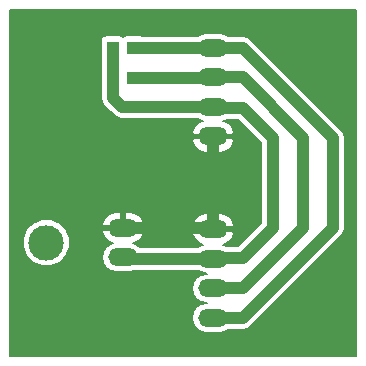
<source format=gbr>
G04 #@! TF.FileFunction,Copper,L2,Bot,Signal*
%FSLAX46Y46*%
G04 Gerber Fmt 4.6, Leading zero omitted, Abs format (unit mm)*
G04 Created by KiCad (PCBNEW 4.0.2-stable) date 2016/08/04 17:10:51*
%MOMM*%
G01*
G04 APERTURE LIST*
%ADD10C,0.100000*%
%ADD11O,2.500000X1.500000*%
%ADD12C,3.000000*%
%ADD13R,1.050000X1.080000*%
%ADD14C,1.000000*%
%ADD15C,0.200000*%
G04 APERTURE END LIST*
D10*
D11*
X111760000Y-86360000D03*
X111760000Y-88860000D03*
D12*
X105260000Y-87610000D03*
D11*
X119380000Y-93980000D03*
X119380000Y-91480000D03*
X119380000Y-88980000D03*
X119380000Y-86480000D03*
X119380000Y-71120000D03*
X119380000Y-73620000D03*
X119380000Y-76120000D03*
X119380000Y-78620000D03*
D13*
X112635000Y-73660000D03*
X110885000Y-73660000D03*
X112635000Y-71120000D03*
X110885000Y-71120000D03*
D14*
X111760000Y-86360000D02*
X119260000Y-86360000D01*
X119260000Y-86360000D02*
X119380000Y-86480000D01*
X119380000Y-78620000D02*
X119380000Y-86480000D01*
X110885000Y-73660000D02*
X110885000Y-75325000D01*
X111680000Y-76120000D02*
X119380000Y-76120000D01*
X110885000Y-75325000D02*
X111680000Y-76120000D01*
X110885000Y-71120000D02*
X110885000Y-73660000D01*
X119380000Y-88980000D02*
X111880000Y-88980000D01*
X111880000Y-88980000D02*
X111760000Y-88860000D01*
X119380000Y-76120000D02*
X119460000Y-76200000D01*
X119460000Y-76200000D02*
X121920000Y-76200000D01*
X121920000Y-76200000D02*
X124460000Y-78740000D01*
X124460000Y-78740000D02*
X124460000Y-86360000D01*
X124460000Y-86360000D02*
X121920000Y-88900000D01*
X121920000Y-88900000D02*
X119460000Y-88900000D01*
X119460000Y-88900000D02*
X119380000Y-88980000D01*
X112635000Y-73660000D02*
X119340000Y-73660000D01*
X119340000Y-73660000D02*
X119380000Y-73620000D01*
X119380000Y-73620000D02*
X121880000Y-73620000D01*
X121880000Y-91480000D02*
X119380000Y-91480000D01*
X127000000Y-86360000D02*
X121880000Y-91480000D01*
X127000000Y-78740000D02*
X127000000Y-86360000D01*
X121880000Y-73620000D02*
X127000000Y-78740000D01*
X119380000Y-71120000D02*
X112635000Y-71120000D01*
X119380000Y-71120000D02*
X121920000Y-71120000D01*
X121920000Y-93980000D02*
X119380000Y-93980000D01*
X129540000Y-86360000D02*
X121920000Y-93980000D01*
X129540000Y-78740000D02*
X129540000Y-86360000D01*
X121920000Y-71120000D02*
X129540000Y-78740000D01*
D15*
G36*
X131505000Y-97215000D02*
X102175000Y-97215000D01*
X102175000Y-88006079D01*
X103259654Y-88006079D01*
X103563494Y-88741429D01*
X104125612Y-89304529D01*
X104860430Y-89609652D01*
X105656079Y-89610346D01*
X106391429Y-89306506D01*
X106954529Y-88744388D01*
X107259652Y-88009570D01*
X107260346Y-87213921D01*
X106956506Y-86478571D01*
X106475604Y-85996828D01*
X109951462Y-85996828D01*
X110063873Y-86206000D01*
X111606000Y-86206000D01*
X111606000Y-85002000D01*
X111914000Y-85002000D01*
X111914000Y-86206000D01*
X113456127Y-86206000D01*
X113504048Y-86116828D01*
X117571462Y-86116828D01*
X117683873Y-86326000D01*
X119226000Y-86326000D01*
X119226000Y-85122000D01*
X119534000Y-85122000D01*
X119534000Y-86326000D01*
X121076127Y-86326000D01*
X121188538Y-86116828D01*
X120949146Y-85628644D01*
X120541962Y-85284305D01*
X120034000Y-85122000D01*
X119534000Y-85122000D01*
X119226000Y-85122000D01*
X118726000Y-85122000D01*
X118218038Y-85284305D01*
X117810854Y-85628644D01*
X117571462Y-86116828D01*
X113504048Y-86116828D01*
X113568538Y-85996828D01*
X113329146Y-85508644D01*
X112921962Y-85164305D01*
X112414000Y-85002000D01*
X111914000Y-85002000D01*
X111606000Y-85002000D01*
X111106000Y-85002000D01*
X110598038Y-85164305D01*
X110190854Y-85508644D01*
X109951462Y-85996828D01*
X106475604Y-85996828D01*
X106394388Y-85915471D01*
X105659570Y-85610348D01*
X104863921Y-85609654D01*
X104128571Y-85913494D01*
X103565471Y-86475612D01*
X103260348Y-87210430D01*
X103259654Y-88006079D01*
X102175000Y-88006079D01*
X102175000Y-78983172D01*
X117571462Y-78983172D01*
X117810854Y-79471356D01*
X118218038Y-79815695D01*
X118726000Y-79978000D01*
X119226000Y-79978000D01*
X119226000Y-78774000D01*
X119534000Y-78774000D01*
X119534000Y-79978000D01*
X120034000Y-79978000D01*
X120541962Y-79815695D01*
X120949146Y-79471356D01*
X121188538Y-78983172D01*
X121076127Y-78774000D01*
X119534000Y-78774000D01*
X119226000Y-78774000D01*
X117683873Y-78774000D01*
X117571462Y-78983172D01*
X102175000Y-78983172D01*
X102175000Y-70580000D01*
X109850205Y-70580000D01*
X109850205Y-71660000D01*
X109885000Y-71844922D01*
X109885000Y-72948179D01*
X109850205Y-73120000D01*
X109850205Y-74200000D01*
X109885000Y-74384922D01*
X109885000Y-75325000D01*
X109961120Y-75707684D01*
X110177893Y-76032107D01*
X110972893Y-76827107D01*
X111297316Y-77043880D01*
X111680000Y-77120000D01*
X118135613Y-77120000D01*
X118367361Y-77274849D01*
X118563613Y-77313886D01*
X118218038Y-77424305D01*
X117810854Y-77768644D01*
X117571462Y-78256828D01*
X117683873Y-78466000D01*
X119226000Y-78466000D01*
X119226000Y-78446000D01*
X119534000Y-78446000D01*
X119534000Y-78466000D01*
X121076127Y-78466000D01*
X121188538Y-78256828D01*
X120949146Y-77768644D01*
X120541962Y-77424305D01*
X120196387Y-77313886D01*
X120392639Y-77274849D01*
X120504658Y-77200000D01*
X121505786Y-77200000D01*
X123460000Y-79154213D01*
X123460000Y-85945787D01*
X121505786Y-87900000D01*
X120504658Y-87900000D01*
X120392639Y-87825151D01*
X120196387Y-87786114D01*
X120541962Y-87675695D01*
X120949146Y-87331356D01*
X121188538Y-86843172D01*
X121076127Y-86634000D01*
X119534000Y-86634000D01*
X119534000Y-86654000D01*
X119226000Y-86654000D01*
X119226000Y-86634000D01*
X117683873Y-86634000D01*
X117571462Y-86843172D01*
X117810854Y-87331356D01*
X118218038Y-87675695D01*
X118563613Y-87786114D01*
X118367361Y-87825151D01*
X118135613Y-87980000D01*
X113180763Y-87980000D01*
X113178168Y-87976117D01*
X112772639Y-87705151D01*
X112576387Y-87666114D01*
X112921962Y-87555695D01*
X113329146Y-87211356D01*
X113568538Y-86723172D01*
X113456127Y-86514000D01*
X111914000Y-86514000D01*
X111914000Y-86534000D01*
X111606000Y-86534000D01*
X111606000Y-86514000D01*
X110063873Y-86514000D01*
X109951462Y-86723172D01*
X110190854Y-87211356D01*
X110598038Y-87555695D01*
X110943613Y-87666114D01*
X110747361Y-87705151D01*
X110341832Y-87976117D01*
X110070866Y-88381646D01*
X109975715Y-88860000D01*
X110070866Y-89338354D01*
X110341832Y-89743883D01*
X110747361Y-90014849D01*
X111225715Y-90110000D01*
X112294285Y-90110000D01*
X112772639Y-90014849D01*
X112824794Y-89980000D01*
X118135613Y-89980000D01*
X118367361Y-90134849D01*
X118845715Y-90230000D01*
X118367361Y-90325151D01*
X117961832Y-90596117D01*
X117690866Y-91001646D01*
X117595715Y-91480000D01*
X117690866Y-91958354D01*
X117961832Y-92363883D01*
X118367361Y-92634849D01*
X118845715Y-92730000D01*
X118367361Y-92825151D01*
X117961832Y-93096117D01*
X117690866Y-93501646D01*
X117595715Y-93980000D01*
X117690866Y-94458354D01*
X117961832Y-94863883D01*
X118367361Y-95134849D01*
X118845715Y-95230000D01*
X119914285Y-95230000D01*
X120392639Y-95134849D01*
X120624387Y-94980000D01*
X121920000Y-94980000D01*
X122302684Y-94903880D01*
X122627107Y-94687107D01*
X130247107Y-87067107D01*
X130463879Y-86742684D01*
X130463880Y-86742683D01*
X130540000Y-86360000D01*
X130540000Y-78740000D01*
X130463880Y-78357317D01*
X130247107Y-78032893D01*
X122627107Y-70412893D01*
X122302684Y-70196120D01*
X121920000Y-70120000D01*
X120624387Y-70120000D01*
X120392639Y-69965151D01*
X119914285Y-69870000D01*
X118845715Y-69870000D01*
X118367361Y-69965151D01*
X118135613Y-70120000D01*
X113372433Y-70120000D01*
X113358339Y-70110370D01*
X113160000Y-70070205D01*
X112110000Y-70070205D01*
X111924711Y-70105069D01*
X111757786Y-70212483D01*
X111608339Y-70110370D01*
X111410000Y-70070205D01*
X110360000Y-70070205D01*
X110174711Y-70105069D01*
X110004535Y-70214575D01*
X109890370Y-70381661D01*
X109850205Y-70580000D01*
X102175000Y-70580000D01*
X102175000Y-67885000D01*
X131505000Y-67885000D01*
X131505000Y-97215000D01*
X131505000Y-97215000D01*
G37*
X131505000Y-97215000D02*
X102175000Y-97215000D01*
X102175000Y-88006079D01*
X103259654Y-88006079D01*
X103563494Y-88741429D01*
X104125612Y-89304529D01*
X104860430Y-89609652D01*
X105656079Y-89610346D01*
X106391429Y-89306506D01*
X106954529Y-88744388D01*
X107259652Y-88009570D01*
X107260346Y-87213921D01*
X106956506Y-86478571D01*
X106475604Y-85996828D01*
X109951462Y-85996828D01*
X110063873Y-86206000D01*
X111606000Y-86206000D01*
X111606000Y-85002000D01*
X111914000Y-85002000D01*
X111914000Y-86206000D01*
X113456127Y-86206000D01*
X113504048Y-86116828D01*
X117571462Y-86116828D01*
X117683873Y-86326000D01*
X119226000Y-86326000D01*
X119226000Y-85122000D01*
X119534000Y-85122000D01*
X119534000Y-86326000D01*
X121076127Y-86326000D01*
X121188538Y-86116828D01*
X120949146Y-85628644D01*
X120541962Y-85284305D01*
X120034000Y-85122000D01*
X119534000Y-85122000D01*
X119226000Y-85122000D01*
X118726000Y-85122000D01*
X118218038Y-85284305D01*
X117810854Y-85628644D01*
X117571462Y-86116828D01*
X113504048Y-86116828D01*
X113568538Y-85996828D01*
X113329146Y-85508644D01*
X112921962Y-85164305D01*
X112414000Y-85002000D01*
X111914000Y-85002000D01*
X111606000Y-85002000D01*
X111106000Y-85002000D01*
X110598038Y-85164305D01*
X110190854Y-85508644D01*
X109951462Y-85996828D01*
X106475604Y-85996828D01*
X106394388Y-85915471D01*
X105659570Y-85610348D01*
X104863921Y-85609654D01*
X104128571Y-85913494D01*
X103565471Y-86475612D01*
X103260348Y-87210430D01*
X103259654Y-88006079D01*
X102175000Y-88006079D01*
X102175000Y-78983172D01*
X117571462Y-78983172D01*
X117810854Y-79471356D01*
X118218038Y-79815695D01*
X118726000Y-79978000D01*
X119226000Y-79978000D01*
X119226000Y-78774000D01*
X119534000Y-78774000D01*
X119534000Y-79978000D01*
X120034000Y-79978000D01*
X120541962Y-79815695D01*
X120949146Y-79471356D01*
X121188538Y-78983172D01*
X121076127Y-78774000D01*
X119534000Y-78774000D01*
X119226000Y-78774000D01*
X117683873Y-78774000D01*
X117571462Y-78983172D01*
X102175000Y-78983172D01*
X102175000Y-70580000D01*
X109850205Y-70580000D01*
X109850205Y-71660000D01*
X109885000Y-71844922D01*
X109885000Y-72948179D01*
X109850205Y-73120000D01*
X109850205Y-74200000D01*
X109885000Y-74384922D01*
X109885000Y-75325000D01*
X109961120Y-75707684D01*
X110177893Y-76032107D01*
X110972893Y-76827107D01*
X111297316Y-77043880D01*
X111680000Y-77120000D01*
X118135613Y-77120000D01*
X118367361Y-77274849D01*
X118563613Y-77313886D01*
X118218038Y-77424305D01*
X117810854Y-77768644D01*
X117571462Y-78256828D01*
X117683873Y-78466000D01*
X119226000Y-78466000D01*
X119226000Y-78446000D01*
X119534000Y-78446000D01*
X119534000Y-78466000D01*
X121076127Y-78466000D01*
X121188538Y-78256828D01*
X120949146Y-77768644D01*
X120541962Y-77424305D01*
X120196387Y-77313886D01*
X120392639Y-77274849D01*
X120504658Y-77200000D01*
X121505786Y-77200000D01*
X123460000Y-79154213D01*
X123460000Y-85945787D01*
X121505786Y-87900000D01*
X120504658Y-87900000D01*
X120392639Y-87825151D01*
X120196387Y-87786114D01*
X120541962Y-87675695D01*
X120949146Y-87331356D01*
X121188538Y-86843172D01*
X121076127Y-86634000D01*
X119534000Y-86634000D01*
X119534000Y-86654000D01*
X119226000Y-86654000D01*
X119226000Y-86634000D01*
X117683873Y-86634000D01*
X117571462Y-86843172D01*
X117810854Y-87331356D01*
X118218038Y-87675695D01*
X118563613Y-87786114D01*
X118367361Y-87825151D01*
X118135613Y-87980000D01*
X113180763Y-87980000D01*
X113178168Y-87976117D01*
X112772639Y-87705151D01*
X112576387Y-87666114D01*
X112921962Y-87555695D01*
X113329146Y-87211356D01*
X113568538Y-86723172D01*
X113456127Y-86514000D01*
X111914000Y-86514000D01*
X111914000Y-86534000D01*
X111606000Y-86534000D01*
X111606000Y-86514000D01*
X110063873Y-86514000D01*
X109951462Y-86723172D01*
X110190854Y-87211356D01*
X110598038Y-87555695D01*
X110943613Y-87666114D01*
X110747361Y-87705151D01*
X110341832Y-87976117D01*
X110070866Y-88381646D01*
X109975715Y-88860000D01*
X110070866Y-89338354D01*
X110341832Y-89743883D01*
X110747361Y-90014849D01*
X111225715Y-90110000D01*
X112294285Y-90110000D01*
X112772639Y-90014849D01*
X112824794Y-89980000D01*
X118135613Y-89980000D01*
X118367361Y-90134849D01*
X118845715Y-90230000D01*
X118367361Y-90325151D01*
X117961832Y-90596117D01*
X117690866Y-91001646D01*
X117595715Y-91480000D01*
X117690866Y-91958354D01*
X117961832Y-92363883D01*
X118367361Y-92634849D01*
X118845715Y-92730000D01*
X118367361Y-92825151D01*
X117961832Y-93096117D01*
X117690866Y-93501646D01*
X117595715Y-93980000D01*
X117690866Y-94458354D01*
X117961832Y-94863883D01*
X118367361Y-95134849D01*
X118845715Y-95230000D01*
X119914285Y-95230000D01*
X120392639Y-95134849D01*
X120624387Y-94980000D01*
X121920000Y-94980000D01*
X122302684Y-94903880D01*
X122627107Y-94687107D01*
X130247107Y-87067107D01*
X130463879Y-86742684D01*
X130463880Y-86742683D01*
X130540000Y-86360000D01*
X130540000Y-78740000D01*
X130463880Y-78357317D01*
X130247107Y-78032893D01*
X122627107Y-70412893D01*
X122302684Y-70196120D01*
X121920000Y-70120000D01*
X120624387Y-70120000D01*
X120392639Y-69965151D01*
X119914285Y-69870000D01*
X118845715Y-69870000D01*
X118367361Y-69965151D01*
X118135613Y-70120000D01*
X113372433Y-70120000D01*
X113358339Y-70110370D01*
X113160000Y-70070205D01*
X112110000Y-70070205D01*
X111924711Y-70105069D01*
X111757786Y-70212483D01*
X111608339Y-70110370D01*
X111410000Y-70070205D01*
X110360000Y-70070205D01*
X110174711Y-70105069D01*
X110004535Y-70214575D01*
X109890370Y-70381661D01*
X109850205Y-70580000D01*
X102175000Y-70580000D01*
X102175000Y-67885000D01*
X131505000Y-67885000D01*
X131505000Y-97215000D01*
M02*

</source>
